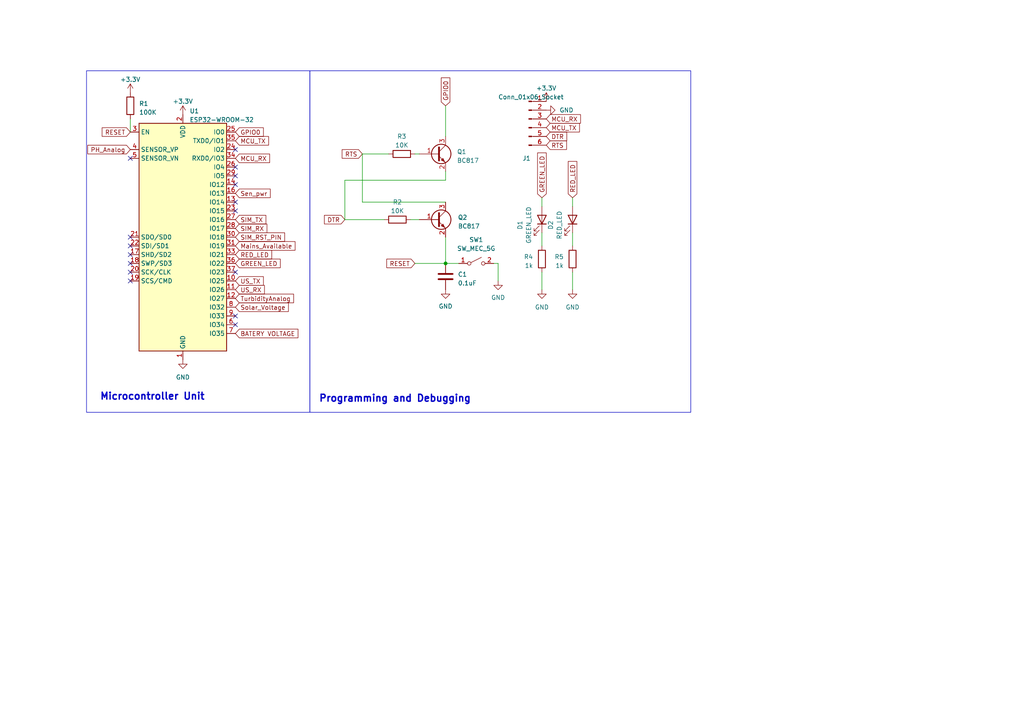
<source format=kicad_sch>
(kicad_sch (version 20230121) (generator eeschema)

  (uuid 4f95f562-f227-4ef6-8603-73a56d9cbfa4)

  (paper "A4")

  (lib_symbols
    (symbol "Connector:Conn_01x06_Pin" (pin_names (offset 1.016) hide) (in_bom yes) (on_board yes)
      (property "Reference" "J" (at 0 7.62 0)
        (effects (font (size 1.27 1.27)))
      )
      (property "Value" "Conn_01x06_Pin" (at 0 -10.16 0)
        (effects (font (size 1.27 1.27)))
      )
      (property "Footprint" "" (at 0 0 0)
        (effects (font (size 1.27 1.27)) hide)
      )
      (property "Datasheet" "~" (at 0 0 0)
        (effects (font (size 1.27 1.27)) hide)
      )
      (property "ki_locked" "" (at 0 0 0)
        (effects (font (size 1.27 1.27)))
      )
      (property "ki_keywords" "connector" (at 0 0 0)
        (effects (font (size 1.27 1.27)) hide)
      )
      (property "ki_description" "Generic connector, single row, 01x06, script generated" (at 0 0 0)
        (effects (font (size 1.27 1.27)) hide)
      )
      (property "ki_fp_filters" "Connector*:*_1x??_*" (at 0 0 0)
        (effects (font (size 1.27 1.27)) hide)
      )
      (symbol "Conn_01x06_Pin_1_1"
        (polyline
          (pts
            (xy 1.27 -7.62)
            (xy 0.8636 -7.62)
          )
          (stroke (width 0.1524) (type default))
          (fill (type none))
        )
        (polyline
          (pts
            (xy 1.27 -5.08)
            (xy 0.8636 -5.08)
          )
          (stroke (width 0.1524) (type default))
          (fill (type none))
        )
        (polyline
          (pts
            (xy 1.27 -2.54)
            (xy 0.8636 -2.54)
          )
          (stroke (width 0.1524) (type default))
          (fill (type none))
        )
        (polyline
          (pts
            (xy 1.27 0)
            (xy 0.8636 0)
          )
          (stroke (width 0.1524) (type default))
          (fill (type none))
        )
        (polyline
          (pts
            (xy 1.27 2.54)
            (xy 0.8636 2.54)
          )
          (stroke (width 0.1524) (type default))
          (fill (type none))
        )
        (polyline
          (pts
            (xy 1.27 5.08)
            (xy 0.8636 5.08)
          )
          (stroke (width 0.1524) (type default))
          (fill (type none))
        )
        (rectangle (start 0.8636 -7.493) (end 0 -7.747)
          (stroke (width 0.1524) (type default))
          (fill (type outline))
        )
        (rectangle (start 0.8636 -4.953) (end 0 -5.207)
          (stroke (width 0.1524) (type default))
          (fill (type outline))
        )
        (rectangle (start 0.8636 -2.413) (end 0 -2.667)
          (stroke (width 0.1524) (type default))
          (fill (type outline))
        )
        (rectangle (start 0.8636 0.127) (end 0 -0.127)
          (stroke (width 0.1524) (type default))
          (fill (type outline))
        )
        (rectangle (start 0.8636 2.667) (end 0 2.413)
          (stroke (width 0.1524) (type default))
          (fill (type outline))
        )
        (rectangle (start 0.8636 5.207) (end 0 4.953)
          (stroke (width 0.1524) (type default))
          (fill (type outline))
        )
        (pin passive line (at 5.08 5.08 180) (length 3.81)
          (name "Pin_1" (effects (font (size 1.27 1.27))))
          (number "1" (effects (font (size 1.27 1.27))))
        )
        (pin passive line (at 5.08 2.54 180) (length 3.81)
          (name "Pin_2" (effects (font (size 1.27 1.27))))
          (number "2" (effects (font (size 1.27 1.27))))
        )
        (pin passive line (at 5.08 0 180) (length 3.81)
          (name "Pin_3" (effects (font (size 1.27 1.27))))
          (number "3" (effects (font (size 1.27 1.27))))
        )
        (pin passive line (at 5.08 -2.54 180) (length 3.81)
          (name "Pin_4" (effects (font (size 1.27 1.27))))
          (number "4" (effects (font (size 1.27 1.27))))
        )
        (pin passive line (at 5.08 -5.08 180) (length 3.81)
          (name "Pin_5" (effects (font (size 1.27 1.27))))
          (number "5" (effects (font (size 1.27 1.27))))
        )
        (pin passive line (at 5.08 -7.62 180) (length 3.81)
          (name "Pin_6" (effects (font (size 1.27 1.27))))
          (number "6" (effects (font (size 1.27 1.27))))
        )
      )
    )
    (symbol "Device:C" (pin_numbers hide) (pin_names (offset 0.254)) (in_bom yes) (on_board yes)
      (property "Reference" "C" (at 0.635 2.54 0)
        (effects (font (size 1.27 1.27)) (justify left))
      )
      (property "Value" "C" (at 0.635 -2.54 0)
        (effects (font (size 1.27 1.27)) (justify left))
      )
      (property "Footprint" "" (at 0.9652 -3.81 0)
        (effects (font (size 1.27 1.27)) hide)
      )
      (property "Datasheet" "~" (at 0 0 0)
        (effects (font (size 1.27 1.27)) hide)
      )
      (property "ki_keywords" "cap capacitor" (at 0 0 0)
        (effects (font (size 1.27 1.27)) hide)
      )
      (property "ki_description" "Unpolarized capacitor" (at 0 0 0)
        (effects (font (size 1.27 1.27)) hide)
      )
      (property "ki_fp_filters" "C_*" (at 0 0 0)
        (effects (font (size 1.27 1.27)) hide)
      )
      (symbol "C_0_1"
        (polyline
          (pts
            (xy -2.032 -0.762)
            (xy 2.032 -0.762)
          )
          (stroke (width 0.508) (type default))
          (fill (type none))
        )
        (polyline
          (pts
            (xy -2.032 0.762)
            (xy 2.032 0.762)
          )
          (stroke (width 0.508) (type default))
          (fill (type none))
        )
      )
      (symbol "C_1_1"
        (pin passive line (at 0 3.81 270) (length 2.794)
          (name "~" (effects (font (size 1.27 1.27))))
          (number "1" (effects (font (size 1.27 1.27))))
        )
        (pin passive line (at 0 -3.81 90) (length 2.794)
          (name "~" (effects (font (size 1.27 1.27))))
          (number "2" (effects (font (size 1.27 1.27))))
        )
      )
    )
    (symbol "Device:LED" (pin_numbers hide) (pin_names (offset 1.016) hide) (in_bom yes) (on_board yes)
      (property "Reference" "D" (at 0 2.54 0)
        (effects (font (size 1.27 1.27)))
      )
      (property "Value" "LED" (at 0 -2.54 0)
        (effects (font (size 1.27 1.27)))
      )
      (property "Footprint" "" (at 0 0 0)
        (effects (font (size 1.27 1.27)) hide)
      )
      (property "Datasheet" "~" (at 0 0 0)
        (effects (font (size 1.27 1.27)) hide)
      )
      (property "ki_keywords" "LED diode" (at 0 0 0)
        (effects (font (size 1.27 1.27)) hide)
      )
      (property "ki_description" "Light emitting diode" (at 0 0 0)
        (effects (font (size 1.27 1.27)) hide)
      )
      (property "ki_fp_filters" "LED* LED_SMD:* LED_THT:*" (at 0 0 0)
        (effects (font (size 1.27 1.27)) hide)
      )
      (symbol "LED_0_1"
        (polyline
          (pts
            (xy -1.27 -1.27)
            (xy -1.27 1.27)
          )
          (stroke (width 0.254) (type default))
          (fill (type none))
        )
        (polyline
          (pts
            (xy -1.27 0)
            (xy 1.27 0)
          )
          (stroke (width 0) (type default))
          (fill (type none))
        )
        (polyline
          (pts
            (xy 1.27 -1.27)
            (xy 1.27 1.27)
            (xy -1.27 0)
            (xy 1.27 -1.27)
          )
          (stroke (width 0.254) (type default))
          (fill (type none))
        )
        (polyline
          (pts
            (xy -3.048 -0.762)
            (xy -4.572 -2.286)
            (xy -3.81 -2.286)
            (xy -4.572 -2.286)
            (xy -4.572 -1.524)
          )
          (stroke (width 0) (type default))
          (fill (type none))
        )
        (polyline
          (pts
            (xy -1.778 -0.762)
            (xy -3.302 -2.286)
            (xy -2.54 -2.286)
            (xy -3.302 -2.286)
            (xy -3.302 -1.524)
          )
          (stroke (width 0) (type default))
          (fill (type none))
        )
      )
      (symbol "LED_1_1"
        (pin passive line (at -3.81 0 0) (length 2.54)
          (name "K" (effects (font (size 1.27 1.27))))
          (number "1" (effects (font (size 1.27 1.27))))
        )
        (pin passive line (at 3.81 0 180) (length 2.54)
          (name "A" (effects (font (size 1.27 1.27))))
          (number "2" (effects (font (size 1.27 1.27))))
        )
      )
    )
    (symbol "Device:R" (pin_numbers hide) (pin_names (offset 0)) (in_bom yes) (on_board yes)
      (property "Reference" "R" (at 2.032 0 90)
        (effects (font (size 1.27 1.27)))
      )
      (property "Value" "R" (at 0 0 90)
        (effects (font (size 1.27 1.27)))
      )
      (property "Footprint" "" (at -1.778 0 90)
        (effects (font (size 1.27 1.27)) hide)
      )
      (property "Datasheet" "~" (at 0 0 0)
        (effects (font (size 1.27 1.27)) hide)
      )
      (property "ki_keywords" "R res resistor" (at 0 0 0)
        (effects (font (size 1.27 1.27)) hide)
      )
      (property "ki_description" "Resistor" (at 0 0 0)
        (effects (font (size 1.27 1.27)) hide)
      )
      (property "ki_fp_filters" "R_*" (at 0 0 0)
        (effects (font (size 1.27 1.27)) hide)
      )
      (symbol "R_0_1"
        (rectangle (start -1.016 -2.54) (end 1.016 2.54)
          (stroke (width 0.254) (type default))
          (fill (type none))
        )
      )
      (symbol "R_1_1"
        (pin passive line (at 0 3.81 270) (length 1.27)
          (name "~" (effects (font (size 1.27 1.27))))
          (number "1" (effects (font (size 1.27 1.27))))
        )
        (pin passive line (at 0 -3.81 90) (length 1.27)
          (name "~" (effects (font (size 1.27 1.27))))
          (number "2" (effects (font (size 1.27 1.27))))
        )
      )
    )
    (symbol "RF_Module:ESP32-WROOM-32" (in_bom yes) (on_board yes)
      (property "Reference" "U" (at -12.7 34.29 0)
        (effects (font (size 1.27 1.27)) (justify left))
      )
      (property "Value" "ESP32-WROOM-32" (at 1.27 34.29 0)
        (effects (font (size 1.27 1.27)) (justify left))
      )
      (property "Footprint" "RF_Module:ESP32-WROOM-32" (at 0 -38.1 0)
        (effects (font (size 1.27 1.27)) hide)
      )
      (property "Datasheet" "https://www.espressif.com/sites/default/files/documentation/esp32-wroom-32_datasheet_en.pdf" (at -7.62 1.27 0)
        (effects (font (size 1.27 1.27)) hide)
      )
      (property "ki_keywords" "RF Radio BT ESP ESP32 Espressif onboard PCB antenna" (at 0 0 0)
        (effects (font (size 1.27 1.27)) hide)
      )
      (property "ki_description" "RF Module, ESP32-D0WDQ6 SoC, Wi-Fi 802.11b/g/n, Bluetooth, BLE, 32-bit, 2.7-3.6V, onboard antenna, SMD" (at 0 0 0)
        (effects (font (size 1.27 1.27)) hide)
      )
      (property "ki_fp_filters" "ESP32?WROOM?32*" (at 0 0 0)
        (effects (font (size 1.27 1.27)) hide)
      )
      (symbol "ESP32-WROOM-32_0_1"
        (rectangle (start -12.7 33.02) (end 12.7 -33.02)
          (stroke (width 0.254) (type default))
          (fill (type background))
        )
      )
      (symbol "ESP32-WROOM-32_1_1"
        (pin power_in line (at 0 -35.56 90) (length 2.54)
          (name "GND" (effects (font (size 1.27 1.27))))
          (number "1" (effects (font (size 1.27 1.27))))
        )
        (pin bidirectional line (at 15.24 -12.7 180) (length 2.54)
          (name "IO25" (effects (font (size 1.27 1.27))))
          (number "10" (effects (font (size 1.27 1.27))))
        )
        (pin bidirectional line (at 15.24 -15.24 180) (length 2.54)
          (name "IO26" (effects (font (size 1.27 1.27))))
          (number "11" (effects (font (size 1.27 1.27))))
        )
        (pin bidirectional line (at 15.24 -17.78 180) (length 2.54)
          (name "IO27" (effects (font (size 1.27 1.27))))
          (number "12" (effects (font (size 1.27 1.27))))
        )
        (pin bidirectional line (at 15.24 10.16 180) (length 2.54)
          (name "IO14" (effects (font (size 1.27 1.27))))
          (number "13" (effects (font (size 1.27 1.27))))
        )
        (pin bidirectional line (at 15.24 15.24 180) (length 2.54)
          (name "IO12" (effects (font (size 1.27 1.27))))
          (number "14" (effects (font (size 1.27 1.27))))
        )
        (pin passive line (at 0 -35.56 90) (length 2.54) hide
          (name "GND" (effects (font (size 1.27 1.27))))
          (number "15" (effects (font (size 1.27 1.27))))
        )
        (pin bidirectional line (at 15.24 12.7 180) (length 2.54)
          (name "IO13" (effects (font (size 1.27 1.27))))
          (number "16" (effects (font (size 1.27 1.27))))
        )
        (pin bidirectional line (at -15.24 -5.08 0) (length 2.54)
          (name "SHD/SD2" (effects (font (size 1.27 1.27))))
          (number "17" (effects (font (size 1.27 1.27))))
        )
        (pin bidirectional line (at -15.24 -7.62 0) (length 2.54)
          (name "SWP/SD3" (effects (font (size 1.27 1.27))))
          (number "18" (effects (font (size 1.27 1.27))))
        )
        (pin bidirectional line (at -15.24 -12.7 0) (length 2.54)
          (name "SCS/CMD" (effects (font (size 1.27 1.27))))
          (number "19" (effects (font (size 1.27 1.27))))
        )
        (pin power_in line (at 0 35.56 270) (length 2.54)
          (name "VDD" (effects (font (size 1.27 1.27))))
          (number "2" (effects (font (size 1.27 1.27))))
        )
        (pin bidirectional line (at -15.24 -10.16 0) (length 2.54)
          (name "SCK/CLK" (effects (font (size 1.27 1.27))))
          (number "20" (effects (font (size 1.27 1.27))))
        )
        (pin bidirectional line (at -15.24 0 0) (length 2.54)
          (name "SDO/SD0" (effects (font (size 1.27 1.27))))
          (number "21" (effects (font (size 1.27 1.27))))
        )
        (pin bidirectional line (at -15.24 -2.54 0) (length 2.54)
          (name "SDI/SD1" (effects (font (size 1.27 1.27))))
          (number "22" (effects (font (size 1.27 1.27))))
        )
        (pin bidirectional line (at 15.24 7.62 180) (length 2.54)
          (name "IO15" (effects (font (size 1.27 1.27))))
          (number "23" (effects (font (size 1.27 1.27))))
        )
        (pin bidirectional line (at 15.24 25.4 180) (length 2.54)
          (name "IO2" (effects (font (size 1.27 1.27))))
          (number "24" (effects (font (size 1.27 1.27))))
        )
        (pin bidirectional line (at 15.24 30.48 180) (length 2.54)
          (name "IO0" (effects (font (size 1.27 1.27))))
          (number "25" (effects (font (size 1.27 1.27))))
        )
        (pin bidirectional line (at 15.24 20.32 180) (length 2.54)
          (name "IO4" (effects (font (size 1.27 1.27))))
          (number "26" (effects (font (size 1.27 1.27))))
        )
        (pin bidirectional line (at 15.24 5.08 180) (length 2.54)
          (name "IO16" (effects (font (size 1.27 1.27))))
          (number "27" (effects (font (size 1.27 1.27))))
        )
        (pin bidirectional line (at 15.24 2.54 180) (length 2.54)
          (name "IO17" (effects (font (size 1.27 1.27))))
          (number "28" (effects (font (size 1.27 1.27))))
        )
        (pin bidirectional line (at 15.24 17.78 180) (length 2.54)
          (name "IO5" (effects (font (size 1.27 1.27))))
          (number "29" (effects (font (size 1.27 1.27))))
        )
        (pin input line (at -15.24 30.48 0) (length 2.54)
          (name "EN" (effects (font (size 1.27 1.27))))
          (number "3" (effects (font (size 1.27 1.27))))
        )
        (pin bidirectional line (at 15.24 0 180) (length 2.54)
          (name "IO18" (effects (font (size 1.27 1.27))))
          (number "30" (effects (font (size 1.27 1.27))))
        )
        (pin bidirectional line (at 15.24 -2.54 180) (length 2.54)
          (name "IO19" (effects (font (size 1.27 1.27))))
          (number "31" (effects (font (size 1.27 1.27))))
        )
        (pin no_connect line (at -12.7 -27.94 0) (length 2.54) hide
          (name "NC" (effects (font (size 1.27 1.27))))
          (number "32" (effects (font (size 1.27 1.27))))
        )
        (pin bidirectional line (at 15.24 -5.08 180) (length 2.54)
          (name "IO21" (effects (font (size 1.27 1.27))))
          (number "33" (effects (font (size 1.27 1.27))))
        )
        (pin bidirectional line (at 15.24 22.86 180) (length 2.54)
          (name "RXD0/IO3" (effects (font (size 1.27 1.27))))
          (number "34" (effects (font (size 1.27 1.27))))
        )
        (pin bidirectional line (at 15.24 27.94 180) (length 2.54)
          (name "TXD0/IO1" (effects (font (size 1.27 1.27))))
          (number "35" (effects (font (size 1.27 1.27))))
        )
        (pin bidirectional line (at 15.24 -7.62 180) (length 2.54)
          (name "IO22" (effects (font (size 1.27 1.27))))
          (number "36" (effects (font (size 1.27 1.27))))
        )
        (pin bidirectional line (at 15.24 -10.16 180) (length 2.54)
          (name "IO23" (effects (font (size 1.27 1.27))))
          (number "37" (effects (font (size 1.27 1.27))))
        )
        (pin passive line (at 0 -35.56 90) (length 2.54) hide
          (name "GND" (effects (font (size 1.27 1.27))))
          (number "38" (effects (font (size 1.27 1.27))))
        )
        (pin passive line (at 0 -35.56 90) (length 2.54) hide
          (name "GND" (effects (font (size 1.27 1.27))))
          (number "39" (effects (font (size 1.27 1.27))))
        )
        (pin input line (at -15.24 25.4 0) (length 2.54)
          (name "SENSOR_VP" (effects (font (size 1.27 1.27))))
          (number "4" (effects (font (size 1.27 1.27))))
        )
        (pin input line (at -15.24 22.86 0) (length 2.54)
          (name "SENSOR_VN" (effects (font (size 1.27 1.27))))
          (number "5" (effects (font (size 1.27 1.27))))
        )
        (pin input line (at 15.24 -25.4 180) (length 2.54)
          (name "IO34" (effects (font (size 1.27 1.27))))
          (number "6" (effects (font (size 1.27 1.27))))
        )
        (pin input line (at 15.24 -27.94 180) (length 2.54)
          (name "IO35" (effects (font (size 1.27 1.27))))
          (number "7" (effects (font (size 1.27 1.27))))
        )
        (pin bidirectional line (at 15.24 -20.32 180) (length 2.54)
          (name "IO32" (effects (font (size 1.27 1.27))))
          (number "8" (effects (font (size 1.27 1.27))))
        )
        (pin bidirectional line (at 15.24 -22.86 180) (length 2.54)
          (name "IO33" (effects (font (size 1.27 1.27))))
          (number "9" (effects (font (size 1.27 1.27))))
        )
      )
    )
    (symbol "Switch:SW_SPST" (pin_names (offset 0) hide) (in_bom yes) (on_board yes)
      (property "Reference" "SW" (at 0 3.175 0)
        (effects (font (size 1.27 1.27)))
      )
      (property "Value" "SW_SPST" (at 0 -2.54 0)
        (effects (font (size 1.27 1.27)))
      )
      (property "Footprint" "" (at 0 0 0)
        (effects (font (size 1.27 1.27)) hide)
      )
      (property "Datasheet" "~" (at 0 0 0)
        (effects (font (size 1.27 1.27)) hide)
      )
      (property "ki_keywords" "switch lever" (at 0 0 0)
        (effects (font (size 1.27 1.27)) hide)
      )
      (property "ki_description" "Single Pole Single Throw (SPST) switch" (at 0 0 0)
        (effects (font (size 1.27 1.27)) hide)
      )
      (symbol "SW_SPST_0_0"
        (circle (center -2.032 0) (radius 0.508)
          (stroke (width 0) (type default))
          (fill (type none))
        )
        (polyline
          (pts
            (xy -1.524 0.254)
            (xy 1.524 1.778)
          )
          (stroke (width 0) (type default))
          (fill (type none))
        )
        (circle (center 2.032 0) (radius 0.508)
          (stroke (width 0) (type default))
          (fill (type none))
        )
      )
      (symbol "SW_SPST_1_1"
        (pin passive line (at -5.08 0 0) (length 2.54)
          (name "A" (effects (font (size 1.27 1.27))))
          (number "1" (effects (font (size 1.27 1.27))))
        )
        (pin passive line (at 5.08 0 180) (length 2.54)
          (name "B" (effects (font (size 1.27 1.27))))
          (number "2" (effects (font (size 1.27 1.27))))
        )
      )
    )
    (symbol "Transistor_BJT:BC817" (pin_names (offset 0) hide) (in_bom yes) (on_board yes)
      (property "Reference" "Q" (at 5.08 1.905 0)
        (effects (font (size 1.27 1.27)) (justify left))
      )
      (property "Value" "BC817" (at 5.08 0 0)
        (effects (font (size 1.27 1.27)) (justify left))
      )
      (property "Footprint" "Package_TO_SOT_SMD:SOT-23" (at 5.08 -1.905 0)
        (effects (font (size 1.27 1.27) italic) (justify left) hide)
      )
      (property "Datasheet" "https://www.onsemi.com/pub/Collateral/BC818-D.pdf" (at 0 0 0)
        (effects (font (size 1.27 1.27)) (justify left) hide)
      )
      (property "ki_keywords" "NPN Transistor" (at 0 0 0)
        (effects (font (size 1.27 1.27)) hide)
      )
      (property "ki_description" "0.8A Ic, 45V Vce, NPN Transistor, SOT-23" (at 0 0 0)
        (effects (font (size 1.27 1.27)) hide)
      )
      (property "ki_fp_filters" "SOT?23*" (at 0 0 0)
        (effects (font (size 1.27 1.27)) hide)
      )
      (symbol "BC817_0_1"
        (polyline
          (pts
            (xy 0.635 0.635)
            (xy 2.54 2.54)
          )
          (stroke (width 0) (type default))
          (fill (type none))
        )
        (polyline
          (pts
            (xy 0.635 -0.635)
            (xy 2.54 -2.54)
            (xy 2.54 -2.54)
          )
          (stroke (width 0) (type default))
          (fill (type none))
        )
        (polyline
          (pts
            (xy 0.635 1.905)
            (xy 0.635 -1.905)
            (xy 0.635 -1.905)
          )
          (stroke (width 0.508) (type default))
          (fill (type none))
        )
        (polyline
          (pts
            (xy 1.27 -1.778)
            (xy 1.778 -1.27)
            (xy 2.286 -2.286)
            (xy 1.27 -1.778)
            (xy 1.27 -1.778)
          )
          (stroke (width 0) (type default))
          (fill (type outline))
        )
        (circle (center 1.27 0) (radius 2.8194)
          (stroke (width 0.254) (type default))
          (fill (type none))
        )
      )
      (symbol "BC817_1_1"
        (pin input line (at -5.08 0 0) (length 5.715)
          (name "B" (effects (font (size 1.27 1.27))))
          (number "1" (effects (font (size 1.27 1.27))))
        )
        (pin passive line (at 2.54 -5.08 90) (length 2.54)
          (name "E" (effects (font (size 1.27 1.27))))
          (number "2" (effects (font (size 1.27 1.27))))
        )
        (pin passive line (at 2.54 5.08 270) (length 2.54)
          (name "C" (effects (font (size 1.27 1.27))))
          (number "3" (effects (font (size 1.27 1.27))))
        )
      )
    )
    (symbol "power:+3.3V" (power) (pin_names (offset 0)) (in_bom yes) (on_board yes)
      (property "Reference" "#PWR" (at 0 -3.81 0)
        (effects (font (size 1.27 1.27)) hide)
      )
      (property "Value" "+3.3V" (at 0 3.556 0)
        (effects (font (size 1.27 1.27)))
      )
      (property "Footprint" "" (at 0 0 0)
        (effects (font (size 1.27 1.27)) hide)
      )
      (property "Datasheet" "" (at 0 0 0)
        (effects (font (size 1.27 1.27)) hide)
      )
      (property "ki_keywords" "global power" (at 0 0 0)
        (effects (font (size 1.27 1.27)) hide)
      )
      (property "ki_description" "Power symbol creates a global label with name \"+3.3V\"" (at 0 0 0)
        (effects (font (size 1.27 1.27)) hide)
      )
      (symbol "+3.3V_0_1"
        (polyline
          (pts
            (xy -0.762 1.27)
            (xy 0 2.54)
          )
          (stroke (width 0) (type default))
          (fill (type none))
        )
        (polyline
          (pts
            (xy 0 0)
            (xy 0 2.54)
          )
          (stroke (width 0) (type default))
          (fill (type none))
        )
        (polyline
          (pts
            (xy 0 2.54)
            (xy 0.762 1.27)
          )
          (stroke (width 0) (type default))
          (fill (type none))
        )
      )
      (symbol "+3.3V_1_1"
        (pin power_in line (at 0 0 90) (length 0) hide
          (name "+3.3V" (effects (font (size 1.27 1.27))))
          (number "1" (effects (font (size 1.27 1.27))))
        )
      )
    )
    (symbol "power:GND" (power) (pin_names (offset 0)) (in_bom yes) (on_board yes)
      (property "Reference" "#PWR" (at 0 -6.35 0)
        (effects (font (size 1.27 1.27)) hide)
      )
      (property "Value" "GND" (at 0 -3.81 0)
        (effects (font (size 1.27 1.27)))
      )
      (property "Footprint" "" (at 0 0 0)
        (effects (font (size 1.27 1.27)) hide)
      )
      (property "Datasheet" "" (at 0 0 0)
        (effects (font (size 1.27 1.27)) hide)
      )
      (property "ki_keywords" "global power" (at 0 0 0)
        (effects (font (size 1.27 1.27)) hide)
      )
      (property "ki_description" "Power symbol creates a global label with name \"GND\" , ground" (at 0 0 0)
        (effects (font (size 1.27 1.27)) hide)
      )
      (symbol "GND_0_1"
        (polyline
          (pts
            (xy 0 0)
            (xy 0 -1.27)
            (xy 1.27 -1.27)
            (xy 0 -2.54)
            (xy -1.27 -1.27)
            (xy 0 -1.27)
          )
          (stroke (width 0) (type default))
          (fill (type none))
        )
      )
      (symbol "GND_1_1"
        (pin power_in line (at 0 0 270) (length 0) hide
          (name "GND" (effects (font (size 1.27 1.27))))
          (number "1" (effects (font (size 1.27 1.27))))
        )
      )
    )
  )

  (junction (at 129.2352 76.4032) (diameter 0) (color 0 0 0 0)
    (uuid df95a71f-6069-4981-9355-3f87e474bfaf)
  )

  (no_connect (at 68.2752 58.6232) (uuid 4ca1df75-9402-4b38-8d39-fbabe0b49db2))
  (no_connect (at 68.2752 53.5432) (uuid 66c96be4-ea7c-4122-bf2f-cc8b3ec0cbde))
  (no_connect (at 37.7952 78.9432) (uuid 6ce7282d-2605-4db2-9ca7-aee015998769))
  (no_connect (at 37.7952 45.9232) (uuid 7bf45542-af53-4450-b3bf-2c45f7c2a2d9))
  (no_connect (at 68.2752 51.0032) (uuid 910e244c-6e78-4023-b1ab-bdfc59e2a0f4))
  (no_connect (at 68.2752 43.3832) (uuid 9e2b68b8-c956-4b2c-b17c-f582c718eced))
  (no_connect (at 37.7952 81.4832) (uuid ae3476da-8cc0-43fc-b10f-2ada6800d85e))
  (no_connect (at 37.7952 68.7832) (uuid b0a96d65-fd19-45fc-858d-c9f49a32384a))
  (no_connect (at 37.7952 71.3232) (uuid b11e4839-c662-41bc-b22c-d6f4755b88a3))
  (no_connect (at 68.2752 78.9432) (uuid b25cf13a-c870-4156-93a7-ddabbf1176b3))
  (no_connect (at 37.7952 73.8632) (uuid b3b90881-909d-46a3-9342-ee0fa5b25133))
  (no_connect (at 37.7952 76.4032) (uuid c94d3b4e-777e-4228-a0c3-96cbf4d16f4d))
  (no_connect (at 68.2752 48.4632) (uuid ced716c8-cd0c-4df3-a1f6-5769a5d50089))
  (no_connect (at 68.2752 91.6432) (uuid e9bd86ec-a57d-4641-b979-36c9971c7ea3))
  (no_connect (at 68.2752 61.1632) (uuid eba38d85-bbbf-4438-beed-cbef3213fb87))
  (no_connect (at 68.2752 94.1832) (uuid f6a6f262-0b19-466f-9f22-8657ece91be0))

  (wire (pts (xy 166.0652 78.9432) (xy 166.0652 84.0232))
    (stroke (width 0) (type default))
    (uuid 0c296aab-ab8e-49b2-8b48-af1513884bd7)
  )
  (wire (pts (xy 37.7952 34.4932) (xy 37.7952 38.3032))
    (stroke (width 0) (type default))
    (uuid 225fbb2e-fdf4-466d-841a-98090056ac31)
  )
  (wire (pts (xy 157.1752 59.8932) (xy 157.1752 57.3532))
    (stroke (width 0) (type default))
    (uuid 30c0358a-8523-4fa9-b0cf-ed8e3d8084c3)
  )
  (wire (pts (xy 120.3452 76.4032) (xy 129.2352 76.4032))
    (stroke (width 0) (type default))
    (uuid 383187a3-a11b-4e0f-80d4-25d868f1ac5f)
  )
  (wire (pts (xy 144.4752 76.4032) (xy 144.4752 81.4832))
    (stroke (width 0) (type default))
    (uuid 3f69f36f-2b28-4530-84e1-3dcf54c2c6d4)
  )
  (wire (pts (xy 166.0652 67.5132) (xy 166.0652 71.3232))
    (stroke (width 0) (type default))
    (uuid 40d4e8df-12c8-4383-9b10-3d7042f96076)
  )
  (wire (pts (xy 129.2352 76.4032) (xy 133.0452 76.4032))
    (stroke (width 0) (type default))
    (uuid 472f0f97-4670-4ee3-b00e-1020e3ef7318)
  )
  (wire (pts (xy 105.1052 44.6532) (xy 112.7252 44.6532))
    (stroke (width 0) (type default))
    (uuid 4ddacfd1-0311-4530-bfde-7737d91fd11a)
  )
  (wire (pts (xy 144.4752 76.4032) (xy 143.2052 76.4032))
    (stroke (width 0) (type default))
    (uuid 4f086b32-b3a7-4e5d-b420-a64e9eaad52c)
  )
  (wire (pts (xy 100.0252 63.7032) (xy 111.4552 63.7032))
    (stroke (width 0) (type default))
    (uuid 58b34554-403c-4060-82b9-da2ebd253c5a)
  )
  (wire (pts (xy 166.0652 57.3532) (xy 166.0652 59.8932))
    (stroke (width 0) (type default))
    (uuid 7a39a5a1-c6b0-44f9-aaae-0a471cb4c122)
  )
  (wire (pts (xy 129.2352 30.6832) (xy 129.2352 39.5732))
    (stroke (width 0) (type default))
    (uuid 8734d355-ac27-4e6e-a8d5-1a8d4d350f83)
  )
  (wire (pts (xy 119.0752 63.7032) (xy 121.6152 63.7032))
    (stroke (width 0) (type default))
    (uuid 993adcbc-49d6-4150-8e0c-2fe3626a4a09)
  )
  (wire (pts (xy 157.1752 78.9432) (xy 157.1752 84.0232))
    (stroke (width 0) (type default))
    (uuid a0f05900-c9ec-4825-a38c-08c251e61231)
  )
  (wire (pts (xy 129.2352 49.7332) (xy 129.2352 52.2732))
    (stroke (width 0) (type default))
    (uuid b2262fab-dda5-4e5b-ae71-258878efcaaf)
  )
  (wire (pts (xy 100.0252 52.2732) (xy 100.0252 63.7032))
    (stroke (width 0) (type default))
    (uuid bce728ce-c01f-469f-9939-189eec2bd82c)
  )
  (wire (pts (xy 129.2352 52.2732) (xy 100.0252 52.2732))
    (stroke (width 0) (type default))
    (uuid c17e1a69-54da-4283-98df-6707ed801bbb)
  )
  (wire (pts (xy 129.2352 68.7832) (xy 129.2352 76.4032))
    (stroke (width 0) (type default))
    (uuid cd2001ba-c881-435e-86c1-3f4075480e61)
  )
  (wire (pts (xy 120.3452 44.6532) (xy 121.6152 44.6532))
    (stroke (width 0) (type default))
    (uuid dc5b2cba-f9f0-4087-8c7c-106df65ffdd2)
  )
  (wire (pts (xy 129.2352 58.6232) (xy 105.1052 58.6232))
    (stroke (width 0) (type default))
    (uuid e3579ba2-1c6d-44c4-ab88-5f09b49930d2)
  )
  (wire (pts (xy 105.1052 58.6232) (xy 105.1052 44.6532))
    (stroke (width 0) (type default))
    (uuid f0298f2a-e067-4684-9294-5297a21c3f4f)
  )
  (wire (pts (xy 157.1752 67.5132) (xy 157.1752 71.3232))
    (stroke (width 0) (type default))
    (uuid ff2a1046-b0ab-4982-90e4-d7ae4e2c0625)
  )

  (rectangle (start 89.8652 20.5232) (end 200.3552 119.5832)
    (stroke (width 0) (type default))
    (fill (type none))
    (uuid 3f290912-93be-4169-929e-6ecb6c080d76)
  )
  (rectangle (start 25.0952 20.5232) (end 89.8652 119.5832)
    (stroke (width 0) (type default))
    (fill (type none))
    (uuid 4f2268d6-95fa-4627-9181-d170f3af9759)
  )

  (text "Microcontroller Unit\n\n\n\n" (at 28.9052 125.9332 0)
    (effects (font (size 2 2) (thickness 0.4) bold) (justify left bottom))
    (uuid 413681ae-99e2-42be-8b08-ea49b3f8df1b)
  )
  (text "Programming and Debugging\n\n\n\n\n" (at 92.4052 129.7432 0)
    (effects (font (size 2 2) (thickness 0.4) bold) (justify left bottom))
    (uuid 6b2820f8-c5b3-415c-a8a8-b9e04b97a681)
  )

  (global_label "Mains_Available" (shape input) (at 68.2752 71.3232 0) (fields_autoplaced)
    (effects (font (size 1.27 1.27)) (justify left))
    (uuid 0bb546de-d967-4e75-8b0a-34baf96eb2f2)
    (property "Intersheetrefs" "${INTERSHEET_REFS}" (at 86.0579 71.3232 0)
      (effects (font (size 1.27 1.27)) (justify left) hide)
    )
  )
  (global_label "RESET" (shape input) (at 37.7952 38.3032 180) (fields_autoplaced)
    (effects (font (size 1.27 1.27)) (justify right))
    (uuid 1ef09992-c55e-48ad-9da9-7db8f5dd4980)
    (property "Intersheetrefs" "${INTERSHEET_REFS}" (at 29.1443 38.3032 0)
      (effects (font (size 1.27 1.27)) (justify right) hide)
    )
  )
  (global_label "GPIO0" (shape input) (at 129.2352 30.6832 90) (fields_autoplaced)
    (effects (font (size 1.27 1.27)) (justify left))
    (uuid 334965f8-e501-4451-93f5-2b830092009c)
    (property "Intersheetrefs" "${INTERSHEET_REFS}" (at 129.2352 22.0926 90)
      (effects (font (size 1.27 1.27)) (justify left) hide)
    )
  )
  (global_label "RTS" (shape input) (at 105.1052 44.6532 180) (fields_autoplaced)
    (effects (font (size 1.27 1.27)) (justify right))
    (uuid 3df3b8ed-fcdf-4478-9e5d-31343fa9fe86)
    (property "Intersheetrefs" "${INTERSHEET_REFS}" (at 98.7523 44.6532 0)
      (effects (font (size 1.27 1.27)) (justify right) hide)
    )
  )
  (global_label "RTS" (shape input) (at 158.4452 42.1132 0) (fields_autoplaced)
    (effects (font (size 1.27 1.27)) (justify left))
    (uuid 3ec692bc-23af-467a-b51f-5bf7be7b6ce7)
    (property "Intersheetrefs" "${INTERSHEET_REFS}" (at 164.7981 42.1132 0)
      (effects (font (size 1.27 1.27)) (justify left) hide)
    )
  )
  (global_label "MCU_TX" (shape input) (at 158.4452 37.0332 0) (fields_autoplaced)
    (effects (font (size 1.27 1.27)) (justify left))
    (uuid 407c4b92-e8a6-466e-98cd-f11cb0b46b43)
    (property "Intersheetrefs" "${INTERSHEET_REFS}" (at 168.5476 37.0332 0)
      (effects (font (size 1.27 1.27)) (justify left) hide)
    )
  )
  (global_label "RED_LED" (shape input) (at 166.0652 57.3532 90) (fields_autoplaced)
    (effects (font (size 1.27 1.27)) (justify left))
    (uuid 49081a67-7b07-4406-ad0d-f181d2531967)
    (property "Intersheetrefs" "${INTERSHEET_REFS}" (at 166.0652 46.3437 90)
      (effects (font (size 1.27 1.27)) (justify left) hide)
    )
  )
  (global_label "SIM_RX" (shape input) (at 68.2752 66.2432 0) (fields_autoplaced)
    (effects (font (size 1.27 1.27)) (justify left))
    (uuid 57d4d626-931f-4775-bd5a-a7211f0c5be3)
    (property "Intersheetrefs" "${INTERSHEET_REFS}" (at 77.8938 66.2432 0)
      (effects (font (size 1.27 1.27)) (justify left) hide)
    )
  )
  (global_label "GREEN_LED" (shape input) (at 157.1752 57.3532 90) (fields_autoplaced)
    (effects (font (size 1.27 1.27)) (justify left))
    (uuid 5a67fc16-c20e-4189-b9d0-2c9f41c9a260)
    (property "Intersheetrefs" "${INTERSHEET_REFS}" (at 157.1752 43.8642 90)
      (effects (font (size 1.27 1.27)) (justify left) hide)
    )
  )
  (global_label "SIM_RST_PIN" (shape input) (at 68.2752 68.7832 0) (fields_autoplaced)
    (effects (font (size 1.27 1.27)) (justify left))
    (uuid 65ff927d-4420-4f76-9db5-c52b6950a44c)
    (property "Intersheetrefs" "${INTERSHEET_REFS}" (at 83.0343 68.7832 0)
      (effects (font (size 1.27 1.27)) (justify left) hide)
    )
  )
  (global_label "US_TX" (shape input) (at 68.2752 81.4832 0) (fields_autoplaced)
    (effects (font (size 1.27 1.27)) (justify left))
    (uuid 7530ad56-6259-4afd-b74b-e3bde408d1ec)
    (property "Intersheetrefs" "${INTERSHEET_REFS}" (at 76.8657 81.4832 0)
      (effects (font (size 1.27 1.27)) (justify left) hide)
    )
  )
  (global_label "DTR" (shape input) (at 100.0252 63.7032 180) (fields_autoplaced)
    (effects (font (size 1.27 1.27)) (justify right))
    (uuid 81a1fcef-e169-491c-9a1a-8de3a73dd8e5)
    (property "Intersheetrefs" "${INTERSHEET_REFS}" (at 93.6118 63.7032 0)
      (effects (font (size 1.27 1.27)) (justify right) hide)
    )
  )
  (global_label "DTR" (shape input) (at 158.4452 39.5732 0) (fields_autoplaced)
    (effects (font (size 1.27 1.27)) (justify left))
    (uuid 8dc39a4f-0514-4741-add8-d25b4504a7e6)
    (property "Intersheetrefs" "${INTERSHEET_REFS}" (at 164.8586 39.5732 0)
      (effects (font (size 1.27 1.27)) (justify left) hide)
    )
  )
  (global_label "RED_LED" (shape input) (at 68.2752 73.8632 0) (fields_autoplaced)
    (effects (font (size 1.27 1.27)) (justify left))
    (uuid 941eb7cb-b6b6-42da-b6a9-7214b2f32461)
    (property "Intersheetrefs" "${INTERSHEET_REFS}" (at 79.2847 73.8632 0)
      (effects (font (size 1.27 1.27)) (justify left) hide)
    )
  )
  (global_label "MCU_RX" (shape input) (at 68.2752 45.9232 0) (fields_autoplaced)
    (effects (font (size 1.27 1.27)) (justify left))
    (uuid 9a75e53e-83ae-4a48-a27b-1e82ee9ad78d)
    (property "Intersheetrefs" "${INTERSHEET_REFS}" (at 78.68 45.9232 0)
      (effects (font (size 1.27 1.27)) (justify left) hide)
    )
  )
  (global_label "MCU_TX" (shape input) (at 68.2752 40.8432 0) (fields_autoplaced)
    (effects (font (size 1.27 1.27)) (justify left))
    (uuid ae8a9744-0b2b-45e6-8b17-f016e7ae78cd)
    (property "Intersheetrefs" "${INTERSHEET_REFS}" (at 78.3776 40.8432 0)
      (effects (font (size 1.27 1.27)) (justify left) hide)
    )
  )
  (global_label "Sen_pwr" (shape input) (at 68.2752 56.0832 0) (fields_autoplaced)
    (effects (font (size 1.27 1.27)) (justify left))
    (uuid b0699a2d-e43d-4b2f-8754-6a6724901a37)
    (property "Intersheetrefs" "${INTERSHEET_REFS}" (at 78.8614 56.0832 0)
      (effects (font (size 1.27 1.27)) (justify left) hide)
    )
  )
  (global_label "Solar_Voltage" (shape input) (at 68.2752 89.1032 0) (fields_autoplaced)
    (effects (font (size 1.27 1.27)) (justify left))
    (uuid b205659d-f025-4203-9b8c-79bf12e512dc)
    (property "Intersheetrefs" "${INTERSHEET_REFS}" (at 84.1226 89.1032 0)
      (effects (font (size 1.27 1.27)) (justify left) hide)
    )
  )
  (global_label "GREEN_LED" (shape input) (at 68.2752 76.4032 0) (fields_autoplaced)
    (effects (font (size 1.27 1.27)) (justify left))
    (uuid b822a26b-aad1-4520-9074-b4d388f81071)
    (property "Intersheetrefs" "${INTERSHEET_REFS}" (at 81.7642 76.4032 0)
      (effects (font (size 1.27 1.27)) (justify left) hide)
    )
  )
  (global_label "PH_Analog" (shape input) (at 37.7952 43.3832 180) (fields_autoplaced)
    (effects (font (size 1.27 1.27)) (justify right))
    (uuid c8bf2b36-95be-4483-b1b1-2203a4a42b7b)
    (property "Intersheetrefs" "${INTERSHEET_REFS}" (at 24.9715 43.3832 0)
      (effects (font (size 1.27 1.27)) (justify right) hide)
    )
  )
  (global_label "MCU_RX" (shape input) (at 158.4452 34.4932 0) (fields_autoplaced)
    (effects (font (size 1.27 1.27)) (justify left))
    (uuid cf1e0c28-652d-40ad-a660-9e61aebb27a8)
    (property "Intersheetrefs" "${INTERSHEET_REFS}" (at 168.85 34.4932 0)
      (effects (font (size 1.27 1.27)) (justify left) hide)
    )
  )
  (global_label "TurbidityAnalog" (shape input) (at 68.2752 86.5632 0) (fields_autoplaced)
    (effects (font (size 1.27 1.27)) (justify left))
    (uuid d5744d03-56d1-4cb2-bb65-e8ced5fdaf87)
    (property "Intersheetrefs" "${INTERSHEET_REFS}" (at 85.6345 86.5632 0)
      (effects (font (size 1.27 1.27)) (justify left) hide)
    )
  )
  (global_label "US_RX" (shape input) (at 68.2752 84.0232 0) (fields_autoplaced)
    (effects (font (size 1.27 1.27)) (justify left))
    (uuid d8949175-a899-4cfe-9f8b-ab6a059a345e)
    (property "Intersheetrefs" "${INTERSHEET_REFS}" (at 77.1681 84.0232 0)
      (effects (font (size 1.27 1.27)) (justify left) hide)
    )
  )
  (global_label "BATERY VOLTAGE" (shape input) (at 68.2752 96.7232 0) (fields_autoplaced)
    (effects (font (size 1.27 1.27)) (justify left))
    (uuid e04f2a82-4af7-443f-b690-2ef88d5c1a89)
    (property "Intersheetrefs" "${INTERSHEET_REFS}" (at 86.9048 96.7232 0)
      (effects (font (size 1.27 1.27)) (justify left) hide)
    )
  )
  (global_label "GPIO0" (shape input) (at 68.2752 38.3032 0) (fields_autoplaced)
    (effects (font (size 1.27 1.27)) (justify left))
    (uuid e28b33ff-6c49-4dd9-8c87-6a91414b299c)
    (property "Intersheetrefs" "${INTERSHEET_REFS}" (at 76.8658 38.3032 0)
      (effects (font (size 1.27 1.27)) (justify left) hide)
    )
  )
  (global_label "RESET" (shape input) (at 120.3452 76.4032 180) (fields_autoplaced)
    (effects (font (size 1.27 1.27)) (justify right))
    (uuid e31ab013-3ce3-4598-a785-b6a193f09d25)
    (property "Intersheetrefs" "${INTERSHEET_REFS}" (at 111.6943 76.4032 0)
      (effects (font (size 1.27 1.27)) (justify right) hide)
    )
  )
  (global_label "SIM_TX" (shape input) (at 68.2752 63.7032 0) (fields_autoplaced)
    (effects (font (size 1.27 1.27)) (justify left))
    (uuid f9f68a2a-2311-4fda-b51e-c1bd49dec276)
    (property "Intersheetrefs" "${INTERSHEET_REFS}" (at 77.5914 63.7032 0)
      (effects (font (size 1.27 1.27)) (justify left) hide)
    )
  )

  (symbol (lib_id "Transistor_BJT:BC817") (at 126.6952 44.6532 0) (unit 1)
    (in_bom yes) (on_board yes) (dnp no) (fields_autoplaced)
    (uuid 0907ac5f-7f03-49b6-b81d-b83834db0e47)
    (property "Reference" "Q1" (at 132.5372 44.0182 0)
      (effects (font (size 1.27 1.27)) (justify left))
    )
    (property "Value" "BC817" (at 132.5372 46.5582 0)
      (effects (font (size 1.27 1.27)) (justify left))
    )
    (property "Footprint" "Package_TO_SOT_SMD:SOT-23" (at 131.7752 46.5582 0)
      (effects (font (size 1.27 1.27) italic) (justify left) hide)
    )
    (property "Datasheet" "https://www.onsemi.com/pub/Collateral/BC818-D.pdf" (at 126.6952 44.6532 0)
      (effects (font (size 1.27 1.27)) (justify left) hide)
    )
    (pin "1" (uuid 9a293fc5-71d0-4f33-8867-ae9c4dd1494f))
    (pin "2" (uuid 49e18aeb-22f3-495e-a1bf-db265ad038d7))
    (pin "3" (uuid 1d6db2a1-0f9b-4cb5-83d8-9c74104c30f4))
    (instances
      (project "RECTIFIED CIRCUIT"
        (path "/15d8fe1c-6bc9-406f-8c82-4650b46b74f7"
          (reference "Q1") (unit 1)
        )
        (path "/15d8fe1c-6bc9-406f-8c82-4650b46b74f7/1f0f5415-ffb3-44c5-a9d5-4b8ede3e9ecd"
          (reference "Q1") (unit 1)
        )
        (path "/15d8fe1c-6bc9-406f-8c82-4650b46b74f7/c8c87f86-0337-4d16-9e62-bb3a8e633059"
          (reference "Q2") (unit 1)
        )
      )
      (project "POWER  WATER CIRCUIT"
        (path "/ed26ffac-5a1b-47b4-af6c-0a896f4f3a48/e160eab0-0e68-46e4-80f2-3805f9ba29a3"
          (reference "Q4") (unit 1)
        )
      )
    )
  )

  (symbol (lib_id "Device:C") (at 129.2352 80.2132 0) (unit 1)
    (in_bom yes) (on_board yes) (dnp no) (fields_autoplaced)
    (uuid 135723d8-0272-4fd1-969f-b92c89f75d4d)
    (property "Reference" "C1" (at 132.7912 79.5782 0)
      (effects (font (size 1.27 1.27)) (justify left))
    )
    (property "Value" "0.1uF" (at 132.7912 82.1182 0)
      (effects (font (size 1.27 1.27)) (justify left))
    )
    (property "Footprint" "Capacitor_SMD:C_0805_2012Metric_Pad1.18x1.45mm_HandSolder" (at 130.2004 84.0232 0)
      (effects (font (size 1.27 1.27)) hide)
    )
    (property "Datasheet" "~" (at 129.2352 80.2132 0)
      (effects (font (size 1.27 1.27)) hide)
    )
    (pin "1" (uuid b8a12605-e4db-49a3-8047-2fc83a332153))
    (pin "2" (uuid 1e7b9c43-45e0-4187-af08-ada83b10cfe0))
    (instances
      (project "RECTIFIED CIRCUIT"
        (path "/15d8fe1c-6bc9-406f-8c82-4650b46b74f7"
          (reference "C1") (unit 1)
        )
        (path "/15d8fe1c-6bc9-406f-8c82-4650b46b74f7/1f0f5415-ffb3-44c5-a9d5-4b8ede3e9ecd"
          (reference "C1") (unit 1)
        )
        (path "/15d8fe1c-6bc9-406f-8c82-4650b46b74f7/c8c87f86-0337-4d16-9e62-bb3a8e633059"
          (reference "C8") (unit 1)
        )
      )
      (project "POWER  WATER CIRCUIT"
        (path "/ed26ffac-5a1b-47b4-af6c-0a896f4f3a48/e160eab0-0e68-46e4-80f2-3805f9ba29a3"
          (reference "C10") (unit 1)
        )
      )
    )
  )

  (symbol (lib_id "Device:LED") (at 166.0652 63.7032 270) (mirror x) (unit 1)
    (in_bom yes) (on_board yes) (dnp no)
    (uuid 15d396f9-ae85-4560-b16d-215a60ac7130)
    (property "Reference" "D2" (at 159.7152 65.2907 0)
      (effects (font (size 1.27 1.27)))
    )
    (property "Value" "RED_LED" (at 162.2552 65.2907 0)
      (effects (font (size 1.27 1.27)))
    )
    (property "Footprint" "LED_SMD:LED_0805_2012Metric_Pad1.15x1.40mm_HandSolder" (at 166.0652 63.7032 0)
      (effects (font (size 1.27 1.27)) hide)
    )
    (property "Datasheet" "~" (at 166.0652 63.7032 0)
      (effects (font (size 1.27 1.27)) hide)
    )
    (pin "1" (uuid 5dd7e103-4b54-4e5d-8c58-5fe781022c72))
    (pin "2" (uuid c4d7cfc7-63d8-436d-a5ba-c9746aa52369))
    (instances
      (project "RECTIFIED CIRCUIT"
        (path "/15d8fe1c-6bc9-406f-8c82-4650b46b74f7"
          (reference "D2") (unit 1)
        )
        (path "/15d8fe1c-6bc9-406f-8c82-4650b46b74f7/1f0f5415-ffb3-44c5-a9d5-4b8ede3e9ecd"
          (reference "D2") (unit 1)
        )
        (path "/15d8fe1c-6bc9-406f-8c82-4650b46b74f7/c8c87f86-0337-4d16-9e62-bb3a8e633059"
          (reference "D9") (unit 1)
        )
      )
      (project "blink v1.0"
        (path "/181f99cd-c15b-4726-80dc-705821ba31be/e675c681-d1e4-4ba2-abd7-52cfd59dc42c"
          (reference "D13") (unit 1)
        )
        (path "/181f99cd-c15b-4726-80dc-705821ba31be/d6b4260d-5f43-482e-8399-a729e2977f86"
          (reference "D18") (unit 1)
        )
        (path "/181f99cd-c15b-4726-80dc-705821ba31be/eef9183d-8e8b-4d8b-85ac-391252f3257c"
          (reference "D61") (unit 1)
        )
      )
      (project "POWER  WATER CIRCUIT"
        (path "/ed26ffac-5a1b-47b4-af6c-0a896f4f3a48/e160eab0-0e68-46e4-80f2-3805f9ba29a3"
          (reference "D9") (unit 1)
        )
      )
    )
  )

  (symbol (lib_id "power:+3.3V") (at 37.7952 26.8732 0) (unit 1)
    (in_bom yes) (on_board yes) (dnp no) (fields_autoplaced)
    (uuid 2a7d6133-b9cb-4770-b7d1-dcff419e3d86)
    (property "Reference" "#PWR01" (at 37.7952 30.6832 0)
      (effects (font (size 1.27 1.27)) hide)
    )
    (property "Value" "+3.3V" (at 37.7952 23.0632 0)
      (effects (font (size 1.27 1.27)))
    )
    (property "Footprint" "" (at 37.7952 26.8732 0)
      (effects (font (size 1.27 1.27)) hide)
    )
    (property "Datasheet" "" (at 37.7952 26.8732 0)
      (effects (font (size 1.27 1.27)) hide)
    )
    (pin "1" (uuid 97ec28e0-c4f9-4e7e-a048-a4dd71556732))
    (instances
      (project "RECTIFIED CIRCUIT"
        (path "/15d8fe1c-6bc9-406f-8c82-4650b46b74f7"
          (reference "#PWR01") (unit 1)
        )
        (path "/15d8fe1c-6bc9-406f-8c82-4650b46b74f7/1f0f5415-ffb3-44c5-a9d5-4b8ede3e9ecd"
          (reference "#PWR01") (unit 1)
        )
        (path "/15d8fe1c-6bc9-406f-8c82-4650b46b74f7/c8c87f86-0337-4d16-9e62-bb3a8e633059"
          (reference "#PWR022") (unit 1)
        )
      )
      (project "POWER  WATER CIRCUIT"
        (path "/ed26ffac-5a1b-47b4-af6c-0a896f4f3a48/e160eab0-0e68-46e4-80f2-3805f9ba29a3"
          (reference "#PWR023") (unit 1)
        )
      )
    )
  )

  (symbol (lib_id "power:GND") (at 166.0652 84.0232 0) (unit 1)
    (in_bom yes) (on_board yes) (dnp no) (fields_autoplaced)
    (uuid 2a7efc99-5806-45e4-ad59-39db3765909c)
    (property "Reference" "#PWR09" (at 166.0652 90.3732 0)
      (effects (font (size 1.27 1.27)) hide)
    )
    (property "Value" "GND" (at 166.0652 89.1032 0)
      (effects (font (size 1.27 1.27)))
    )
    (property "Footprint" "" (at 166.0652 84.0232 0)
      (effects (font (size 1.27 1.27)) hide)
    )
    (property "Datasheet" "" (at 166.0652 84.0232 0)
      (effects (font (size 1.27 1.27)) hide)
    )
    (pin "1" (uuid 360ba6ab-29a7-4acf-b951-cb6feb1b2e1e))
    (instances
      (project "RECTIFIED CIRCUIT"
        (path "/15d8fe1c-6bc9-406f-8c82-4650b46b74f7"
          (reference "#PWR09") (unit 1)
        )
        (path "/15d8fe1c-6bc9-406f-8c82-4650b46b74f7/1f0f5415-ffb3-44c5-a9d5-4b8ede3e9ecd"
          (reference "#PWR010") (unit 1)
        )
        (path "/15d8fe1c-6bc9-406f-8c82-4650b46b74f7/c8c87f86-0337-4d16-9e62-bb3a8e633059"
          (reference "#PWR030") (unit 1)
        )
      )
      (project "POWER  WATER CIRCUIT"
        (path "/ed26ffac-5a1b-47b4-af6c-0a896f4f3a48/e160eab0-0e68-46e4-80f2-3805f9ba29a3"
          (reference "#PWR033") (unit 1)
        )
      )
    )
  )

  (symbol (lib_id "power:GND") (at 129.2352 84.0232 0) (unit 1)
    (in_bom yes) (on_board yes) (dnp no) (fields_autoplaced)
    (uuid 2d7df370-82f8-4419-97c9-85d7b1ddfa13)
    (property "Reference" "#PWR04" (at 129.2352 90.3732 0)
      (effects (font (size 1.27 1.27)) hide)
    )
    (property "Value" "GND" (at 129.2352 88.8492 0)
      (effects (font (size 1.27 1.27)))
    )
    (property "Footprint" "" (at 129.2352 84.0232 0)
      (effects (font (size 1.27 1.27)) hide)
    )
    (property "Datasheet" "" (at 129.2352 84.0232 0)
      (effects (font (size 1.27 1.27)) hide)
    )
    (pin "1" (uuid 22f281ab-586b-4272-b303-0495998e93f2))
    (instances
      (project "RECTIFIED CIRCUIT"
        (path "/15d8fe1c-6bc9-406f-8c82-4650b46b74f7"
          (reference "#PWR04") (unit 1)
        )
        (path "/15d8fe1c-6bc9-406f-8c82-4650b46b74f7/1f0f5415-ffb3-44c5-a9d5-4b8ede3e9ecd"
          (reference "#PWR04") (unit 1)
        )
        (path "/15d8fe1c-6bc9-406f-8c82-4650b46b74f7/c8c87f86-0337-4d16-9e62-bb3a8e633059"
          (reference "#PWR025") (unit 1)
        )
      )
      (project "POWER  WATER CIRCUIT"
        (path "/ed26ffac-5a1b-47b4-af6c-0a896f4f3a48/e160eab0-0e68-46e4-80f2-3805f9ba29a3"
          (reference "#PWR028") (unit 1)
        )
      )
    )
  )

  (symbol (lib_id "Switch:SW_SPST") (at 138.1252 76.4032 0) (unit 1)
    (in_bom yes) (on_board yes) (dnp no) (fields_autoplaced)
    (uuid 2fdc052c-8b79-4e43-a200-907306630cec)
    (property "Reference" "SW1" (at 138.1252 69.5452 0)
      (effects (font (size 1.27 1.27)))
    )
    (property "Value" "SW_MEC_5G" (at 138.1252 72.0852 0)
      (effects (font (size 1.27 1.27)))
    )
    (property "Footprint" "Button_Switch_SMD:SW_SPST_B3U-1000P" (at 138.1252 76.4032 0)
      (effects (font (size 1.27 1.27)) hide)
    )
    (property "Datasheet" "~" (at 138.1252 76.4032 0)
      (effects (font (size 1.27 1.27)) hide)
    )
    (pin "1" (uuid 72e6580d-e308-4023-b7d5-5e31f9f26c7f))
    (pin "2" (uuid 24c477ab-d4ef-48da-b441-a5cbd87dd99d))
    (instances
      (project "RECTIFIED CIRCUIT"
        (path "/15d8fe1c-6bc9-406f-8c82-4650b46b74f7"
          (reference "SW1") (unit 1)
        )
        (path "/15d8fe1c-6bc9-406f-8c82-4650b46b74f7/1f0f5415-ffb3-44c5-a9d5-4b8ede3e9ecd"
          (reference "SW1") (unit 1)
        )
        (path "/15d8fe1c-6bc9-406f-8c82-4650b46b74f7/c8c87f86-0337-4d16-9e62-bb3a8e633059"
          (reference "SW1") (unit 1)
        )
      )
      (project "POWER  WATER CIRCUIT"
        (path "/ed26ffac-5a1b-47b4-af6c-0a896f4f3a48/e160eab0-0e68-46e4-80f2-3805f9ba29a3"
          (reference "SW1") (unit 1)
        )
      )
    )
  )

  (symbol (lib_id "power:GND") (at 53.0352 104.3432 0) (unit 1)
    (in_bom yes) (on_board yes) (dnp no) (fields_autoplaced)
    (uuid 3e5acb21-b31d-4bac-a5e1-19b53c4079fe)
    (property "Reference" "#PWR03" (at 53.0352 110.6932 0)
      (effects (font (size 1.27 1.27)) hide)
    )
    (property "Value" "GND" (at 53.0352 109.4232 0)
      (effects (font (size 1.27 1.27)))
    )
    (property "Footprint" "" (at 53.0352 104.3432 0)
      (effects (font (size 1.27 1.27)) hide)
    )
    (property "Datasheet" "" (at 53.0352 104.3432 0)
      (effects (font (size 1.27 1.27)) hide)
    )
    (pin "1" (uuid 66276dec-a485-4fe8-ae43-c383063da935))
    (instances
      (project "RECTIFIED CIRCUIT"
        (path "/15d8fe1c-6bc9-406f-8c82-4650b46b74f7"
          (reference "#PWR03") (unit 1)
        )
        (path "/15d8fe1c-6bc9-406f-8c82-4650b46b74f7/1f0f5415-ffb3-44c5-a9d5-4b8ede3e9ecd"
          (reference "#PWR03") (unit 1)
        )
        (path "/15d8fe1c-6bc9-406f-8c82-4650b46b74f7/c8c87f86-0337-4d16-9e62-bb3a8e633059"
          (reference "#PWR024") (unit 1)
        )
      )
      (project "POWER  WATER CIRCUIT"
        (path "/ed26ffac-5a1b-47b4-af6c-0a896f4f3a48/e160eab0-0e68-46e4-80f2-3805f9ba29a3"
          (reference "#PWR026") (unit 1)
        )
      )
    )
  )

  (symbol (lib_id "Device:LED") (at 157.1752 63.7032 270) (mirror x) (unit 1)
    (in_bom yes) (on_board yes) (dnp no)
    (uuid 4248eded-1e81-429e-96b6-88715bcd397d)
    (property "Reference" "D1" (at 150.8252 65.2907 0)
      (effects (font (size 1.27 1.27)))
    )
    (property "Value" "GREEN_LED" (at 153.3652 65.2907 0)
      (effects (font (size 1.27 1.27)))
    )
    (property "Footprint" "LED_SMD:LED_0805_2012Metric_Pad1.15x1.40mm_HandSolder" (at 157.1752 63.7032 0)
      (effects (font (size 1.27 1.27)) hide)
    )
    (property "Datasheet" "~" (at 157.1752 63.7032 0)
      (effects (font (size 1.27 1.27)) hide)
    )
    (pin "1" (uuid 25ee8dcf-e8c4-4de9-b72b-1466035d9f48))
    (pin "2" (uuid 6185612d-f430-42dd-9519-891f6b96cc17))
    (instances
      (project "RECTIFIED CIRCUIT"
        (path "/15d8fe1c-6bc9-406f-8c82-4650b46b74f7"
          (reference "D1") (unit 1)
        )
        (path "/15d8fe1c-6bc9-406f-8c82-4650b46b74f7/1f0f5415-ffb3-44c5-a9d5-4b8ede3e9ecd"
          (reference "D1") (unit 1)
        )
        (path "/15d8fe1c-6bc9-406f-8c82-4650b46b74f7/c8c87f86-0337-4d16-9e62-bb3a8e633059"
          (reference "D8") (unit 1)
        )
      )
      (project "blink v1.0"
        (path "/181f99cd-c15b-4726-80dc-705821ba31be/e675c681-d1e4-4ba2-abd7-52cfd59dc42c"
          (reference "D13") (unit 1)
        )
        (path "/181f99cd-c15b-4726-80dc-705821ba31be/d6b4260d-5f43-482e-8399-a729e2977f86"
          (reference "D19") (unit 1)
        )
        (path "/181f99cd-c15b-4726-80dc-705821ba31be/eef9183d-8e8b-4d8b-85ac-391252f3257c"
          (reference "D60") (unit 1)
        )
      )
      (project "POWER  WATER CIRCUIT"
        (path "/ed26ffac-5a1b-47b4-af6c-0a896f4f3a48/e160eab0-0e68-46e4-80f2-3805f9ba29a3"
          (reference "D8") (unit 1)
        )
      )
    )
  )

  (symbol (lib_id "RF_Module:ESP32-WROOM-32") (at 53.0352 68.7832 0) (unit 1)
    (in_bom yes) (on_board yes) (dnp no) (fields_autoplaced)
    (uuid 468fedc1-796c-4f76-8934-fdb3c003da10)
    (property "Reference" "U1" (at 54.9911 32.2072 0)
      (effects (font (size 1.27 1.27)) (justify left))
    )
    (property "Value" "ESP32-WROOM-32" (at 54.9911 34.7472 0)
      (effects (font (size 1.27 1.27)) (justify left))
    )
    (property "Footprint" "RF_Module:ESP32-WROOM-32" (at 53.0352 106.8832 0)
      (effects (font (size 1.27 1.27)) hide)
    )
    (property "Datasheet" "https://www.espressif.com/sites/default/files/documentation/esp32-wroom-32_datasheet_en.pdf" (at 45.4152 67.5132 0)
      (effects (font (size 1.27 1.27)) hide)
    )
    (pin "1" (uuid 833e3037-637b-4527-ab38-24fe442bf7ea))
    (pin "10" (uuid 4fe5ca72-c712-48b8-bc33-80e8005ccc1b))
    (pin "11" (uuid cc9989ee-c974-4207-8364-8b545d9c0181))
    (pin "12" (uuid 99caaa86-5b42-4eae-917e-57e3b0bd436e))
    (pin "13" (uuid 660ec1f6-d4a2-4037-a16f-e904daf7def8))
    (pin "14" (uuid 62c41ecd-a1ca-4b14-a2f6-89eee5963b1b))
    (pin "15" (uuid 1370e6be-db46-4d18-86b7-8d0e09efe421))
    (pin "16" (uuid e3b9338a-2b4f-41f9-ab67-3cc272d86139))
    (pin "17" (uuid b26cb3b3-14ce-4a2e-954d-5ac8468eb404))
    (pin "18" (uuid ecf4eec4-7f31-4d8a-8a52-24ce6e2141a8))
    (pin "19" (uuid 499dd0fc-0093-4fb9-80dc-c35aa015370d))
    (pin "2" (uuid 7d203724-1142-4eb6-90a5-aad47412af06))
    (pin "20" (uuid d460622c-6cc4-481a-8ba1-3d69131582e0))
    (pin "21" (uuid ab180a31-839a-4aeb-b2ac-3b04efbe9c58))
    (pin "22" (uuid ff53e681-2f28-4350-9c95-48a1c2c75189))
    (pin "23" (uuid 8a83f033-d6c8-47e6-9d70-3c157dd5f5b7))
    (pin "24" (uuid 7cdc64f9-3e78-43bd-9703-845d018c0eba))
    (pin "25" (uuid 4fe25db3-a2bd-44c1-bc67-1fd0c28d2073))
    (pin "26" (uuid 7ac365d6-e855-489e-9ae6-66cee05811a0))
    (pin "27" (uuid ae1da4a2-7dec-423f-892e-5087d55c3c2b))
    (pin "28" (uuid b894f836-8b64-4845-915e-4a8b47a93a92))
    (pin "29" (uuid 28ca39cb-2831-4e6f-b484-390854941440))
    (pin "3" (uuid d674d782-263e-4a3a-9a47-de2283018c0b))
    (pin "30" (uuid efb09ac3-5c9c-4055-a22b-c936b30b1ef2))
    (pin "31" (uuid 457d3305-9ca3-4372-b40c-a01ab42eff85))
    (pin "32" (uuid ce9c2d59-f9cb-4676-b01c-4965d3caedec))
    (pin "33" (uuid 8ccafb9e-449a-4fd0-8de6-fa7d5bc7657f))
    (pin "34" (uuid 0ee58107-9a2a-4232-8b26-ab315b88dd6e))
    (pin "35" (uuid 7a7ce4f4-2cb3-4af6-ace3-e13abf190e09))
    (pin "36" (uuid e4511965-dcde-4f7a-bf8a-6615a91cfb71))
    (pin "37" (uuid 37d9b2f2-221d-45d1-b884-97a5fcdf8f27))
    (pin "38" (uuid 3e0b4815-6cba-4d85-8223-74e2702011b0))
    (pin "39" (uuid 7e85fdd1-5567-44ab-89a0-995b9e508f25))
    (pin "4" (uuid 2fbd598a-d8bb-4389-9c53-6b69ed4d0757))
    (pin "5" (uuid 8fd9906a-6972-4893-a5ba-ed5cea38e2a9))
    (pin "6" (uuid fb3fd798-37d5-4959-9d1e-a6f87c69b3d8))
    (pin "7" (uuid 44ff381b-5090-4309-a743-beeea0a42d91))
    (pin "8" (uuid bd4989fa-3cd8-42b3-a8ee-88f2ba800674))
    (pin "9" (uuid ee9b4af7-d03c-44fa-9be4-60f1fe591251))
    (instances
      (project "RECTIFIED CIRCUIT"
        (path "/15d8fe1c-6bc9-406f-8c82-4650b46b74f7"
          (reference "U1") (unit 1)
        )
        (path "/15d8fe1c-6bc9-406f-8c82-4650b46b74f7/1f0f5415-ffb3-44c5-a9d5-4b8ede3e9ecd"
          (reference "U1") (unit 1)
        )
        (path "/15d8fe1c-6bc9-406f-8c82-4650b46b74f7/c8c87f86-0337-4d16-9e62-bb3a8e633059"
          (reference "U5") (unit 1)
        )
      )
      (project "POWER  WATER CIRCUIT"
        (path "/ed26ffac-5a1b-47b4-af6c-0a896f4f3a48/e160eab0-0e68-46e4-80f2-3805f9ba29a3"
          (reference "U4") (unit 1)
        )
      )
    )
  )

  (symbol (lib_id "Device:R") (at 157.1752 75.1332 0) (unit 1)
    (in_bom yes) (on_board yes) (dnp no)
    (uuid 7ba3e9d9-9dfb-4cba-bbc9-9a6e1eea832b)
    (property "Reference" "R4" (at 154.6352 74.4982 0)
      (effects (font (size 1.27 1.27)) (justify right))
    )
    (property "Value" "1k" (at 154.6352 77.0382 0)
      (effects (font (size 1.27 1.27)) (justify right))
    )
    (property "Footprint" "Resistor_SMD:R_0805_2012Metric_Pad1.20x1.40mm_HandSolder" (at 155.3972 75.1332 90)
      (effects (font (size 1.27 1.27)) hide)
    )
    (property "Datasheet" "~" (at 157.1752 75.1332 0)
      (effects (font (size 1.27 1.27)) hide)
    )
    (pin "1" (uuid 9fdf6759-ccdf-4406-a4c5-45e148944f24))
    (pin "2" (uuid 3bea8e41-1f5f-4ab6-8b5c-f558d13789f4))
    (instances
      (project "RECTIFIED CIRCUIT"
        (path "/15d8fe1c-6bc9-406f-8c82-4650b46b74f7"
          (reference "R4") (unit 1)
        )
        (path "/15d8fe1c-6bc9-406f-8c82-4650b46b74f7/1f0f5415-ffb3-44c5-a9d5-4b8ede3e9ecd"
          (reference "R4") (unit 1)
        )
        (path "/15d8fe1c-6bc9-406f-8c82-4650b46b74f7/c8c87f86-0337-4d16-9e62-bb3a8e633059"
          (reference "R17") (unit 1)
        )
      )
      (project "blink v1.0"
        (path "/181f99cd-c15b-4726-80dc-705821ba31be/1c0f240e-c09a-48bd-8c7e-0529ae2b7d93"
          (reference "R2") (unit 1)
        )
        (path "/181f99cd-c15b-4726-80dc-705821ba31be/e675c681-d1e4-4ba2-abd7-52cfd59dc42c"
          (reference "R12") (unit 1)
        )
        (path "/181f99cd-c15b-4726-80dc-705821ba31be/d6b4260d-5f43-482e-8399-a729e2977f86"
          (reference "R95") (unit 1)
        )
        (path "/181f99cd-c15b-4726-80dc-705821ba31be/eef9183d-8e8b-4d8b-85ac-391252f3257c"
          (reference "R162") (unit 1)
        )
      )
      (project "POWER  WATER CIRCUIT"
        (path "/ed26ffac-5a1b-47b4-af6c-0a896f4f3a48/e160eab0-0e68-46e4-80f2-3805f9ba29a3"
          (reference "R19") (unit 1)
        )
      )
    )
  )

  (symbol (lib_id "power:GND") (at 157.1752 84.0232 0) (unit 1)
    (in_bom yes) (on_board yes) (dnp no) (fields_autoplaced)
    (uuid 7fb14927-e0bf-4d3e-9cfe-6016f5cd135e)
    (property "Reference" "#PWR06" (at 157.1752 90.3732 0)
      (effects (font (size 1.27 1.27)) hide)
    )
    (property "Value" "GND" (at 157.1752 89.1032 0)
      (effects (font (size 1.27 1.27)))
    )
    (property "Footprint" "" (at 157.1752 84.0232 0)
      (effects (font (size 1.27 1.27)) hide)
    )
    (property "Datasheet" "" (at 157.1752 84.0232 0)
      (effects (font (size 1.27 1.27)) hide)
    )
    (pin "1" (uuid 1f82ef9d-0ebf-49c6-9820-2ce0bdf80225))
    (instances
      (project "RECTIFIED CIRCUIT"
        (path "/15d8fe1c-6bc9-406f-8c82-4650b46b74f7"
          (reference "#PWR06") (unit 1)
        )
        (path "/15d8fe1c-6bc9-406f-8c82-4650b46b74f7/1f0f5415-ffb3-44c5-a9d5-4b8ede3e9ecd"
          (reference "#PWR06") (unit 1)
        )
        (path "/15d8fe1c-6bc9-406f-8c82-4650b46b74f7/c8c87f86-0337-4d16-9e62-bb3a8e633059"
          (reference "#PWR027") (unit 1)
        )
      )
      (project "POWER  WATER CIRCUIT"
        (path "/ed26ffac-5a1b-47b4-af6c-0a896f4f3a48/e160eab0-0e68-46e4-80f2-3805f9ba29a3"
          (reference "#PWR030") (unit 1)
        )
      )
    )
  )

  (symbol (lib_id "power:GND") (at 144.4752 81.4832 0) (unit 1)
    (in_bom yes) (on_board yes) (dnp no) (fields_autoplaced)
    (uuid 83a9dbba-06fe-4dca-9692-8002bf2db5d8)
    (property "Reference" "#PWR05" (at 144.4752 87.8332 0)
      (effects (font (size 1.27 1.27)) hide)
    )
    (property "Value" "GND" (at 144.4752 86.3092 0)
      (effects (font (size 1.27 1.27)))
    )
    (property "Footprint" "" (at 144.4752 81.4832 0)
      (effects (font (size 1.27 1.27)) hide)
    )
    (property "Datasheet" "" (at 144.4752 81.4832 0)
      (effects (font (size 1.27 1.27)) hide)
    )
    (pin "1" (uuid 71636793-2e4d-4bb7-b831-749c8c2bdfe9))
    (instances
      (project "RECTIFIED CIRCUIT"
        (path "/15d8fe1c-6bc9-406f-8c82-4650b46b74f7"
          (reference "#PWR05") (unit 1)
        )
        (path "/15d8fe1c-6bc9-406f-8c82-4650b46b74f7/1f0f5415-ffb3-44c5-a9d5-4b8ede3e9ecd"
          (reference "#PWR05") (unit 1)
        )
        (path "/15d8fe1c-6bc9-406f-8c82-4650b46b74f7/c8c87f86-0337-4d16-9e62-bb3a8e633059"
          (reference "#PWR026") (unit 1)
        )
      )
      (project "POWER  WATER CIRCUIT"
        (path "/ed26ffac-5a1b-47b4-af6c-0a896f4f3a48/e160eab0-0e68-46e4-80f2-3805f9ba29a3"
          (reference "#PWR029") (unit 1)
        )
      )
    )
  )

  (symbol (lib_id "Device:R") (at 37.7952 30.6832 0) (unit 1)
    (in_bom yes) (on_board yes) (dnp no) (fields_autoplaced)
    (uuid 8bed18d5-99e6-45f2-a0ed-4ac3877fb684)
    (property "Reference" "R1" (at 40.3352 30.0482 0)
      (effects (font (size 1.27 1.27)) (justify left))
    )
    (property "Value" "100K" (at 40.3352 32.5882 0)
      (effects (font (size 1.27 1.27)) (justify left))
    )
    (property "Footprint" "Resistor_SMD:R_0805_2012Metric_Pad1.20x1.40mm_HandSolder" (at 36.0172 30.6832 90)
      (effects (font (size 1.27 1.27)) hide)
    )
    (property "Datasheet" "~" (at 37.7952 30.6832 0)
      (effects (font (size 1.27 1.27)) hide)
    )
    (pin "1" (uuid 1b780905-862c-4bcf-8b11-815b624a6789))
    (pin "2" (uuid c69f64a0-94c8-4609-ba92-05b21dbf1554))
    (instances
      (project "RECTIFIED CIRCUIT"
        (path "/15d8fe1c-6bc9-406f-8c82-4650b46b74f7"
          (reference "R1") (unit 1)
        )
        (path "/15d8fe1c-6bc9-406f-8c82-4650b46b74f7/1f0f5415-ffb3-44c5-a9d5-4b8ede3e9ecd"
          (reference "R1") (unit 1)
        )
        (path "/15d8fe1c-6bc9-406f-8c82-4650b46b74f7/c8c87f86-0337-4d16-9e62-bb3a8e633059"
          (reference "R14") (unit 1)
        )
      )
      (project "POWER  WATER CIRCUIT"
        (path "/ed26ffac-5a1b-47b4-af6c-0a896f4f3a48/e160eab0-0e68-46e4-80f2-3805f9ba29a3"
          (reference "R14") (unit 1)
        )
      )
    )
  )

  (symbol (lib_id "power:+3.3V") (at 158.4452 29.4132 0) (unit 1)
    (in_bom yes) (on_board yes) (dnp no) (fields_autoplaced)
    (uuid 8d78c5c6-0931-448c-8af1-3fe6e84444f9)
    (property "Reference" "#PWR035" (at 158.4452 33.2232 0)
      (effects (font (size 1.27 1.27)) hide)
    )
    (property "Value" "+3.3V" (at 158.4452 25.6032 0)
      (effects (font (size 1.27 1.27)))
    )
    (property "Footprint" "" (at 158.4452 29.4132 0)
      (effects (font (size 1.27 1.27)) hide)
    )
    (property "Datasheet" "" (at 158.4452 29.4132 0)
      (effects (font (size 1.27 1.27)) hide)
    )
    (pin "1" (uuid ba0fd59a-1bb8-4b21-8d73-8d46671faacc))
    (instances
      (project "RECTIFIED CIRCUIT"
        (path "/15d8fe1c-6bc9-406f-8c82-4650b46b74f7"
          (reference "#PWR035") (unit 1)
        )
        (path "/15d8fe1c-6bc9-406f-8c82-4650b46b74f7/1f0f5415-ffb3-44c5-a9d5-4b8ede3e9ecd"
          (reference "#PWR07") (unit 1)
        )
        (path "/15d8fe1c-6bc9-406f-8c82-4650b46b74f7/c8c87f86-0337-4d16-9e62-bb3a8e633059"
          (reference "#PWR028") (unit 1)
        )
      )
      (project "POWER  WATER CIRCUIT"
        (path "/ed26ffac-5a1b-47b4-af6c-0a896f4f3a48/e160eab0-0e68-46e4-80f2-3805f9ba29a3"
          (reference "#PWR031") (unit 1)
        )
      )
    )
  )

  (symbol (lib_id "power:GND") (at 158.4452 31.9532 90) (unit 1)
    (in_bom yes) (on_board yes) (dnp no)
    (uuid 9ebef507-5fb9-463b-8a48-ec5b6529ce74)
    (property "Reference" "#PWR07" (at 164.7952 31.9532 0)
      (effects (font (size 1.27 1.27)) hide)
    )
    (property "Value" "GND" (at 162.2552 31.9532 90)
      (effects (font (size 1.27 1.27)) (justify right))
    )
    (property "Footprint" "" (at 158.4452 31.9532 0)
      (effects (font (size 1.27 1.27)) hide)
    )
    (property "Datasheet" "" (at 158.4452 31.9532 0)
      (effects (font (size 1.27 1.27)) hide)
    )
    (pin "1" (uuid 58b30c28-07bf-49c0-b74c-697023600180))
    (instances
      (project "RECTIFIED CIRCUIT"
        (path "/15d8fe1c-6bc9-406f-8c82-4650b46b74f7"
          (reference "#PWR07") (unit 1)
        )
        (path "/15d8fe1c-6bc9-406f-8c82-4650b46b74f7/1f0f5415-ffb3-44c5-a9d5-4b8ede3e9ecd"
          (reference "#PWR08") (unit 1)
        )
        (path "/15d8fe1c-6bc9-406f-8c82-4650b46b74f7/c8c87f86-0337-4d16-9e62-bb3a8e633059"
          (reference "#PWR029") (unit 1)
        )
      )
      (project "POWER  WATER CIRCUIT"
        (path "/ed26ffac-5a1b-47b4-af6c-0a896f4f3a48/e160eab0-0e68-46e4-80f2-3805f9ba29a3"
          (reference "#PWR032") (unit 1)
        )
      )
    )
  )

  (symbol (lib_id "Device:R") (at 115.2652 63.7032 90) (unit 1)
    (in_bom yes) (on_board yes) (dnp no) (fields_autoplaced)
    (uuid a8a0b0e2-bfd0-49ac-b8ea-ffcf26efeb03)
    (property "Reference" "R2" (at 115.2652 58.6232 90)
      (effects (font (size 1.27 1.27)))
    )
    (property "Value" "10K" (at 115.2652 61.1632 90)
      (effects (font (size 1.27 1.27)))
    )
    (property "Footprint" "Resistor_SMD:R_0805_2012Metric_Pad1.20x1.40mm_HandSolder" (at 115.2652 65.4812 90)
      (effects (font (size 1.27 1.27)) hide)
    )
    (property "Datasheet" "~" (at 115.2652 63.7032 0)
      (effects (font (size 1.27 1.27)) hide)
    )
    (pin "1" (uuid 278f056f-35de-42ed-a4c1-95b0f20f63a6))
    (pin "2" (uuid b77c409e-8455-47ca-9968-ca8898dd4368))
    (instances
      (project "RECTIFIED CIRCUIT"
        (path "/15d8fe1c-6bc9-406f-8c82-4650b46b74f7"
          (reference "R2") (unit 1)
        )
        (path "/15d8fe1c-6bc9-406f-8c82-4650b46b74f7/1f0f5415-ffb3-44c5-a9d5-4b8ede3e9ecd"
          (reference "R2") (unit 1)
        )
        (path "/15d8fe1c-6bc9-406f-8c82-4650b46b74f7/c8c87f86-0337-4d16-9e62-bb3a8e633059"
          (reference "R15") (unit 1)
        )
      )
      (project "POWER  WATER CIRCUIT"
        (path "/ed26ffac-5a1b-47b4-af6c-0a896f4f3a48/e160eab0-0e68-46e4-80f2-3805f9ba29a3"
          (reference "R17") (unit 1)
        )
      )
    )
  )

  (symbol (lib_id "Connector:Conn_01x06_Pin") (at 153.3652 34.4932 0) (unit 1)
    (in_bom yes) (on_board yes) (dnp no) (fields_autoplaced)
    (uuid bda3a574-ebb8-469c-80eb-f4d5c68499f7)
    (property "Reference" "J1" (at 152.7302 45.9232 0)
      (effects (font (size 1.27 1.27)))
    )
    (property "Value" "Conn_01x06_Socket" (at 154.0002 28.1432 0)
      (effects (font (size 1.27 1.27)))
    )
    (property "Footprint" "Connector_PinSocket_2.54mm:PinSocket_1x06_P2.54mm_Vertical" (at 153.3652 34.4932 0)
      (effects (font (size 1.27 1.27)) hide)
    )
    (property "Datasheet" "~" (at 153.3652 34.4932 0)
      (effects (font (size 1.27 1.27)) hide)
    )
    (pin "1" (uuid eeb9b0a2-fb37-48f3-a06b-79b430d9bfbd))
    (pin "2" (uuid dc3e8243-5067-4836-a39a-12c8314aecd5))
    (pin "3" (uuid ea859439-dab6-4c1d-b33c-0a51cbe84d71))
    (pin "4" (uuid ad8773b3-1fbb-466c-9010-c0efce4b6805))
    (pin "5" (uuid 7a02b379-55c6-434a-b6ae-62eec4472c8d))
    (pin "6" (uuid 886bf853-c4af-4c75-ac4f-a6d133ba6f69))
    (instances
      (project "RECTIFIED CIRCUIT"
        (path "/15d8fe1c-6bc9-406f-8c82-4650b46b74f7"
          (reference "J1") (unit 1)
        )
        (path "/15d8fe1c-6bc9-406f-8c82-4650b46b74f7/1f0f5415-ffb3-44c5-a9d5-4b8ede3e9ecd"
          (reference "J1") (unit 1)
        )
        (path "/15d8fe1c-6bc9-406f-8c82-4650b46b74f7/c8c87f86-0337-4d16-9e62-bb3a8e633059"
          (reference "J3") (unit 1)
        )
      )
      (project "POWER  WATER CIRCUIT"
        (path "/ed26ffac-5a1b-47b4-af6c-0a896f4f3a48/e160eab0-0e68-46e4-80f2-3805f9ba29a3"
          (reference "PROG1") (unit 1)
        )
      )
    )
  )

  (symbol (lib_id "Device:R") (at 116.5352 44.6532 90) (unit 1)
    (in_bom yes) (on_board yes) (dnp no) (fields_autoplaced)
    (uuid c665ee3f-d2cf-4caa-bad3-16af1dfc97fd)
    (property "Reference" "R3" (at 116.5352 39.5732 90)
      (effects (font (size 1.27 1.27)))
    )
    (property "Value" "10K" (at 116.5352 42.1132 90)
      (effects (font (size 1.27 1.27)))
    )
    (property "Footprint" "Resistor_SMD:R_0805_2012Metric_Pad1.20x1.40mm_HandSolder" (at 116.5352 46.4312 90)
      (effects (font (size 1.27 1.27)) hide)
    )
    (property "Datasheet" "~" (at 116.5352 44.6532 0)
      (effects (font (size 1.27 1.27)) hide)
    )
    (pin "1" (uuid 091a8630-0f6e-4869-94fe-ded0e94c2c36))
    (pin "2" (uuid 77acc410-3790-4fc4-b7cb-fdaa039cdef4))
    (instances
      (project "RECTIFIED CIRCUIT"
        (path "/15d8fe1c-6bc9-406f-8c82-4650b46b74f7"
          (reference "R3") (unit 1)
        )
        (path "/15d8fe1c-6bc9-406f-8c82-4650b46b74f7/1f0f5415-ffb3-44c5-a9d5-4b8ede3e9ecd"
          (reference "R3") (unit 1)
        )
        (path "/15d8fe1c-6bc9-406f-8c82-4650b46b74f7/c8c87f86-0337-4d16-9e62-bb3a8e633059"
          (reference "R16") (unit 1)
        )
      )
      (project "POWER  WATER CIRCUIT"
        (path "/ed26ffac-5a1b-47b4-af6c-0a896f4f3a48/e160eab0-0e68-46e4-80f2-3805f9ba29a3"
          (reference "R18") (unit 1)
        )
      )
    )
  )

  (symbol (lib_id "Device:R") (at 166.0652 75.1332 0) (unit 1)
    (in_bom yes) (on_board yes) (dnp no)
    (uuid e84aafaa-4977-4956-850c-2ee56804208c)
    (property "Reference" "R5" (at 163.5252 74.4982 0)
      (effects (font (size 1.27 1.27)) (justify right))
    )
    (property "Value" "1k" (at 163.5252 77.0382 0)
      (effects (font (size 1.27 1.27)) (justify right))
    )
    (property "Footprint" "Resistor_SMD:R_0805_2012Metric_Pad1.20x1.40mm_HandSolder" (at 164.2872 75.1332 90)
      (effects (font (size 1.27 1.27)) hide)
    )
    (property "Datasheet" "~" (at 166.0652 75.1332 0)
      (effects (font (size 1.27 1.27)) hide)
    )
    (pin "1" (uuid 46a63180-e38b-4f32-94a4-542b314ef818))
    (pin "2" (uuid 65a505ff-bfb5-42ce-a4c0-a07a29d0c815))
    (instances
      (project "RECTIFIED CIRCUIT"
        (path "/15d8fe1c-6bc9-406f-8c82-4650b46b74f7"
          (reference "R5") (unit 1)
        )
        (path "/15d8fe1c-6bc9-406f-8c82-4650b46b74f7/1f0f5415-ffb3-44c5-a9d5-4b8ede3e9ecd"
          (reference "R5") (unit 1)
        )
        (path "/15d8fe1c-6bc9-406f-8c82-4650b46b74f7/c8c87f86-0337-4d16-9e62-bb3a8e633059"
          (reference "R18") (unit 1)
        )
      )
      (project "blink v1.0"
        (path "/181f99cd-c15b-4726-80dc-705821ba31be/1c0f240e-c09a-48bd-8c7e-0529ae2b7d93"
          (reference "R2") (unit 1)
        )
        (path "/181f99cd-c15b-4726-80dc-705821ba31be/e675c681-d1e4-4ba2-abd7-52cfd59dc42c"
          (reference "R12") (unit 1)
        )
        (path "/181f99cd-c15b-4726-80dc-705821ba31be/d6b4260d-5f43-482e-8399-a729e2977f86"
          (reference "R94") (unit 1)
        )
        (path "/181f99cd-c15b-4726-80dc-705821ba31be/eef9183d-8e8b-4d8b-85ac-391252f3257c"
          (reference "R163") (unit 1)
        )
      )
      (project "POWER  WATER CIRCUIT"
        (path "/ed26ffac-5a1b-47b4-af6c-0a896f4f3a48/e160eab0-0e68-46e4-80f2-3805f9ba29a3"
          (reference "R20") (unit 1)
        )
      )
    )
  )

  (symbol (lib_id "power:+3.3V") (at 53.0352 33.2232 0) (unit 1)
    (in_bom yes) (on_board yes) (dnp no) (fields_autoplaced)
    (uuid ebb19e24-b168-4b35-bcfa-827a45260f97)
    (property "Reference" "#PWR02" (at 53.0352 37.0332 0)
      (effects (font (size 1.27 1.27)) hide)
    )
    (property "Value" "+3.3V" (at 53.0352 29.4132 0)
      (effects (font (size 1.27 1.27)))
    )
    (property "Footprint" "" (at 53.0352 33.2232 0)
      (effects (font (size 1.27 1.27)) hide)
    )
    (property "Datasheet" "" (at 53.0352 33.2232 0)
      (effects (font (size 1.27 1.27)) hide)
    )
    (pin "1" (uuid 3f79bf2c-4087-4e47-98ce-3ac89ae48fa4))
    (instances
      (project "RECTIFIED CIRCUIT"
        (path "/15d8fe1c-6bc9-406f-8c82-4650b46b74f7"
          (reference "#PWR02") (unit 1)
        )
        (path "/15d8fe1c-6bc9-406f-8c82-4650b46b74f7/1f0f5415-ffb3-44c5-a9d5-4b8ede3e9ecd"
          (reference "#PWR02") (unit 1)
        )
        (path "/15d8fe1c-6bc9-406f-8c82-4650b46b74f7/c8c87f86-0337-4d16-9e62-bb3a8e633059"
          (reference "#PWR023") (unit 1)
        )
      )
      (project "POWER  WATER CIRCUIT"
        (path "/ed26ffac-5a1b-47b4-af6c-0a896f4f3a48/e160eab0-0e68-46e4-80f2-3805f9ba29a3"
          (reference "#PWR025") (unit 1)
        )
      )
    )
  )

  (symbol (lib_id "Transistor_BJT:BC817") (at 126.6952 63.7032 0) (unit 1)
    (in_bom yes) (on_board yes) (dnp no) (fields_autoplaced)
    (uuid fd079f7b-4fc0-4422-a880-432668d5b19f)
    (property "Reference" "Q2" (at 132.7912 63.0682 0)
      (effects (font (size 1.27 1.27)) (justify left))
    )
    (property "Value" "BC817" (at 132.7912 65.6082 0)
      (effects (font (size 1.27 1.27)) (justify left))
    )
    (property "Footprint" "Package_TO_SOT_SMD:SOT-23" (at 131.7752 65.6082 0)
      (effects (font (size 1.27 1.27) italic) (justify left) hide)
    )
    (property "Datasheet" "https://www.onsemi.com/pub/Collateral/BC818-D.pdf" (at 126.6952 63.7032 0)
      (effects (font (size 1.27 1.27)) (justify left) hide)
    )
    (pin "1" (uuid eb54c968-3bd4-4666-af34-ded8af9e7477))
    (pin "2" (uuid 4e76c940-fcc7-4e4d-9ee6-c1274e4f5635))
    (pin "3" (uuid 6de1276a-5ae8-40e8-a3e0-d656712ca870))
    (instances
      (project "RECTIFIED CIRCUIT"
        (path "/15d8fe1c-6bc9-406f-8c82-4650b46b74f7"
          (reference "Q2") (unit 1)
        )
        (path "/15d8fe1c-6bc9-406f-8c82-4650b46b74f7/1f0f5415-ffb3-44c5-a9d5-4b8ede3e9ecd"
          (reference "Q2") (unit 1)
        )
        (path "/15d8fe1c-6bc9-406f-8c82-4650b46b74f7/c8c87f86-0337-4d16-9e62-bb3a8e633059"
          (reference "Q3") (unit 1)
        )
      )
      (project "POWER  WATER CIRCUIT"
        (path "/ed26ffac-5a1b-47b4-af6c-0a896f4f3a48/e160eab0-0e68-46e4-80f2-3805f9ba29a3"
          (reference "Q5") (unit 1)
        )
      )
    )
  )
)

</source>
